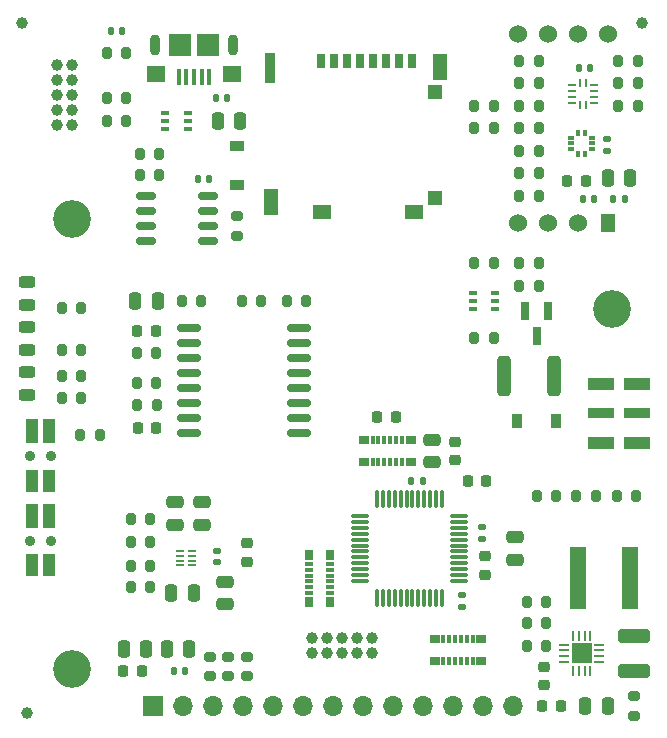
<source format=gbr>
G04 #@! TF.GenerationSoftware,KiCad,Pcbnew,(6.0.7)*
G04 #@! TF.CreationDate,2023-03-13T09:14:11-05:00*
G04 #@! TF.ProjectId,SapphineMinimal,53617070-6869-46e6-954d-696e696d616c,rev?*
G04 #@! TF.SameCoordinates,Original*
G04 #@! TF.FileFunction,Soldermask,Top*
G04 #@! TF.FilePolarity,Negative*
%FSLAX46Y46*%
G04 Gerber Fmt 4.6, Leading zero omitted, Abs format (unit mm)*
G04 Created by KiCad (PCBNEW (6.0.7)) date 2023-03-13 09:14:11*
%MOMM*%
%LPD*%
G01*
G04 APERTURE LIST*
G04 Aperture macros list*
%AMRoundRect*
0 Rectangle with rounded corners*
0 $1 Rounding radius*
0 $2 $3 $4 $5 $6 $7 $8 $9 X,Y pos of 4 corners*
0 Add a 4 corners polygon primitive as box body*
4,1,4,$2,$3,$4,$5,$6,$7,$8,$9,$2,$3,0*
0 Add four circle primitives for the rounded corners*
1,1,$1+$1,$2,$3*
1,1,$1+$1,$4,$5*
1,1,$1+$1,$6,$7*
1,1,$1+$1,$8,$9*
0 Add four rect primitives between the rounded corners*
20,1,$1+$1,$2,$3,$4,$5,0*
20,1,$1+$1,$4,$5,$6,$7,0*
20,1,$1+$1,$6,$7,$8,$9,0*
20,1,$1+$1,$8,$9,$2,$3,0*%
G04 Aperture macros list end*
%ADD10C,3.200000*%
%ADD11RoundRect,0.200000X0.200000X0.275000X-0.200000X0.275000X-0.200000X-0.275000X0.200000X-0.275000X0*%
%ADD12C,0.990600*%
%ADD13RoundRect,0.200000X0.275000X-0.200000X0.275000X0.200000X-0.275000X0.200000X-0.275000X-0.200000X0*%
%ADD14RoundRect,0.200000X-0.200000X-0.275000X0.200000X-0.275000X0.200000X0.275000X-0.200000X0.275000X0*%
%ADD15RoundRect,0.250000X-0.250000X-0.475000X0.250000X-0.475000X0.250000X0.475000X-0.250000X0.475000X0*%
%ADD16RoundRect,0.200000X-0.275000X0.200000X-0.275000X-0.200000X0.275000X-0.200000X0.275000X0.200000X0*%
%ADD17C,0.889000*%
%ADD18R,1.045700X2.048501*%
%ADD19R,1.041400X2.048501*%
%ADD20R,1.070700X1.923501*%
%ADD21R,1.020700X1.923501*%
%ADD22RoundRect,0.218750X-0.218750X-0.256250X0.218750X-0.256250X0.218750X0.256250X-0.218750X0.256250X0*%
%ADD23RoundRect,0.250000X0.475000X-0.250000X0.475000X0.250000X-0.475000X0.250000X-0.475000X-0.250000X0*%
%ADD24C,1.000000*%
%ADD25RoundRect,0.140000X0.140000X0.170000X-0.140000X0.170000X-0.140000X-0.170000X0.140000X-0.170000X0*%
%ADD26R,1.397000X5.308600*%
%ADD27RoundRect,0.250000X0.250000X0.475000X-0.250000X0.475000X-0.250000X-0.475000X0.250000X-0.475000X0*%
%ADD28RoundRect,0.140000X0.170000X-0.140000X0.170000X0.140000X-0.170000X0.140000X-0.170000X-0.140000X0*%
%ADD29RoundRect,0.218750X0.218750X0.256250X-0.218750X0.256250X-0.218750X-0.256250X0.218750X-0.256250X0*%
%ADD30RoundRect,0.140000X-0.140000X-0.170000X0.140000X-0.170000X0.140000X0.170000X-0.140000X0.170000X0*%
%ADD31RoundRect,0.218750X0.256250X-0.218750X0.256250X0.218750X-0.256250X0.218750X-0.256250X-0.218750X0*%
%ADD32C,0.500000*%
%ADD33R,0.400000X1.350000*%
%ADD34R,1.600000X1.400000*%
%ADD35R,1.900000X1.900000*%
%ADD36O,0.900000X1.800000*%
%ADD37RoundRect,0.218750X-0.256250X0.218750X-0.256250X-0.218750X0.256250X-0.218750X0.256250X0.218750X0*%
%ADD38RoundRect,0.150000X-0.675000X-0.150000X0.675000X-0.150000X0.675000X0.150000X-0.675000X0.150000X0*%
%ADD39RoundRect,0.225000X-0.250000X0.225000X-0.250000X-0.225000X0.250000X-0.225000X0.250000X0.225000X0*%
%ADD40R,1.700000X1.700000*%
%ADD41O,1.700000X1.700000*%
%ADD42R,0.863600X0.787400*%
%ADD43R,0.355600X0.787400*%
%ADD44RoundRect,0.140000X-0.170000X0.140000X-0.170000X-0.140000X0.170000X-0.140000X0.170000X0.140000X0*%
%ADD45R,1.200000X0.900000*%
%ADD46RoundRect,0.250000X-0.312500X-1.450000X0.312500X-1.450000X0.312500X1.450000X-0.312500X1.450000X0*%
%ADD47RoundRect,0.250000X-0.475000X0.250000X-0.475000X-0.250000X0.475000X-0.250000X0.475000X0.250000X0*%
%ADD48R,0.650000X0.400000*%
%ADD49RoundRect,0.075000X-0.075000X0.662500X-0.075000X-0.662500X0.075000X-0.662500X0.075000X0.662500X0*%
%ADD50RoundRect,0.075000X-0.662500X0.075000X-0.662500X-0.075000X0.662500X-0.075000X0.662500X0.075000X0*%
%ADD51R,0.787400X0.863600*%
%ADD52R,0.787400X0.355600*%
%ADD53R,0.800000X1.240000*%
%ADD54R,1.160000X1.200000*%
%ADD55R,0.950000X2.500000*%
%ADD56R,1.150000X2.200000*%
%ADD57R,1.500000X1.150000*%
%ADD58R,1.160000X1.250000*%
%ADD59RoundRect,0.243750X0.456250X-0.243750X0.456250X0.243750X-0.456250X0.243750X-0.456250X-0.243750X0*%
%ADD60R,2.325000X0.975000*%
%ADD61R,2.325000X0.925000*%
%ADD62R,2.325000X1.025000*%
%ADD63R,2.300000X1.000000*%
%ADD64R,0.900000X1.200000*%
%ADD65RoundRect,0.225000X0.250000X-0.225000X0.250000X0.225000X-0.250000X0.225000X-0.250000X-0.225000X0*%
%ADD66RoundRect,0.250000X1.100000X-0.325000X1.100000X0.325000X-1.100000X0.325000X-1.100000X-0.325000X0*%
%ADD67RoundRect,0.150000X-0.875000X-0.150000X0.875000X-0.150000X0.875000X0.150000X-0.875000X0.150000X0*%
%ADD68RoundRect,0.225000X-0.225000X-0.250000X0.225000X-0.250000X0.225000X0.250000X-0.225000X0.250000X0*%
%ADD69RoundRect,0.062500X-0.062500X0.350000X-0.062500X-0.350000X0.062500X-0.350000X0.062500X0.350000X0*%
%ADD70RoundRect,0.062500X-0.350000X0.062500X-0.350000X-0.062500X0.350000X-0.062500X0.350000X0.062500X0*%
%ADD71R,1.680000X1.680000*%
%ADD72R,0.365000X0.585000*%
%ADD73R,0.375000X0.585000*%
%ADD74R,0.600000X0.350000*%
%ADD75R,0.375000X0.575000*%
%ADD76R,0.625000X0.350000*%
%ADD77RoundRect,0.070000X-0.300000X0.650000X-0.300000X-0.650000X0.300000X-0.650000X0.300000X0.650000X0*%
%ADD78R,0.800000X0.190000*%
%ADD79R,0.675000X0.249998*%
%ADD80R,0.675000X0.250000*%
%ADD81R,0.675000X0.274999*%
%ADD82R,0.250000X0.675000*%
%ADD83RoundRect,0.225000X0.225000X0.250000X-0.225000X0.250000X-0.225000X-0.250000X0.225000X-0.250000X0*%
%ADD84R,1.270000X1.524000*%
%ADD85C,1.524000*%
G04 APERTURE END LIST*
D10*
X82042000Y-121920000D03*
X82042000Y-83820000D03*
X127762000Y-91440000D03*
D11*
X121596278Y-78097618D03*
X119946278Y-78097618D03*
X84411426Y-102110992D03*
X82761426Y-102110992D03*
D12*
X80768846Y-70858618D03*
X82038846Y-70858618D03*
X80768846Y-72128618D03*
X82038846Y-72128618D03*
X80768846Y-73398618D03*
X82038846Y-73398618D03*
X80768846Y-74668618D03*
X82038846Y-74668618D03*
X80768846Y-75938618D03*
X82038846Y-75938618D03*
D13*
X96869878Y-122585218D03*
X96869878Y-120935218D03*
D11*
X121596278Y-72382618D03*
X119946278Y-72382618D03*
X86671278Y-75557618D03*
X85021278Y-75557618D03*
D14*
X87815278Y-80129618D03*
X89465278Y-80129618D03*
X128328278Y-72382618D03*
X129978278Y-72382618D03*
D15*
X86471078Y-120261618D03*
X88371078Y-120261618D03*
D16*
X95295078Y-120935218D03*
X95295078Y-122585218D03*
D17*
X78498846Y-103938515D03*
X80298846Y-103938515D03*
D18*
X80121696Y-101812766D03*
D19*
X78673846Y-101812766D03*
D20*
X78659196Y-106001764D03*
D21*
X80134196Y-106001764D03*
D22*
X86430378Y-122166618D03*
X88005378Y-122166618D03*
D11*
X121596278Y-80002618D03*
X119946278Y-80002618D03*
D22*
X121888778Y-125087618D03*
X123463778Y-125087618D03*
D23*
X90807278Y-109727618D03*
X90807278Y-107827618D03*
D24*
X77819878Y-67251818D03*
D25*
X125950278Y-71112618D03*
X124990278Y-71112618D03*
D26*
X124924178Y-114292618D03*
X129318378Y-114292618D03*
D27*
X89336278Y-90797618D03*
X87436278Y-90797618D03*
D28*
X94363278Y-112940618D03*
X94363278Y-111980618D03*
D11*
X129851278Y-107307618D03*
X128201278Y-107307618D03*
D12*
X107436278Y-119321818D03*
X107436278Y-120591818D03*
X106166278Y-119321818D03*
X106166278Y-120591818D03*
X104896278Y-119321818D03*
X104896278Y-120591818D03*
X103626278Y-119321818D03*
X103626278Y-120591818D03*
X102356278Y-119321818D03*
X102356278Y-120591818D03*
D29*
X125547212Y-80637618D03*
X123972212Y-80637618D03*
D25*
X93692278Y-80510618D03*
X92732278Y-80510618D03*
D14*
X116136278Y-76192618D03*
X117786278Y-76192618D03*
D11*
X122231278Y-120007618D03*
X120581278Y-120007618D03*
D30*
X125323603Y-82163914D03*
X126283603Y-82163914D03*
D31*
X96852478Y-112892518D03*
X96852478Y-111317518D03*
D15*
X127441278Y-80370185D03*
X129341278Y-80370185D03*
D32*
X95702000Y-69122500D03*
X89102000Y-69122500D03*
D33*
X93702000Y-71797500D03*
X93052000Y-71797500D03*
X92402000Y-71797500D03*
X91752000Y-71797500D03*
X91102000Y-71797500D03*
D34*
X95602000Y-71572500D03*
X89202000Y-71572500D03*
D35*
X91202000Y-69122500D03*
X93602000Y-69122500D03*
D36*
X95702000Y-69122500D03*
X89102000Y-69122500D03*
D11*
X89465278Y-78351618D03*
X87815278Y-78351618D03*
D37*
X114466840Y-102710118D03*
X114466840Y-104285118D03*
D11*
X121596278Y-81907618D03*
X119946278Y-81907618D03*
D24*
X130296278Y-67302618D03*
D14*
X120581278Y-116324618D03*
X122231278Y-116324618D03*
D23*
X93093278Y-109727618D03*
X93093278Y-107827618D03*
D38*
X88301278Y-81907618D03*
X88301278Y-83177618D03*
X88301278Y-84447618D03*
X88301278Y-85717618D03*
X93551278Y-85717618D03*
X93551278Y-84447618D03*
X93551278Y-83177618D03*
X93551278Y-81907618D03*
D39*
X117006840Y-112410170D03*
X117006840Y-113960170D03*
D14*
X87587722Y-99612068D03*
X89237722Y-99612068D03*
X100261278Y-90797618D03*
X101911278Y-90797618D03*
X119946278Y-70477618D03*
X121596278Y-70477618D03*
D40*
X88915000Y-125095000D03*
D41*
X91455000Y-125095000D03*
X93995000Y-125095000D03*
X96535000Y-125095000D03*
X99075000Y-125095000D03*
X101615000Y-125095000D03*
X104155000Y-125095000D03*
X106695000Y-125095000D03*
X109235000Y-125095000D03*
X111775000Y-125095000D03*
X114315000Y-125095000D03*
X116855000Y-125095000D03*
X119395000Y-125095000D03*
D11*
X126407801Y-107287356D03*
X124757801Y-107287356D03*
D15*
X94421278Y-75557618D03*
X96321278Y-75557618D03*
D14*
X81211278Y-99052618D03*
X82861278Y-99052618D03*
D42*
X112765040Y-121252218D03*
D43*
X113512562Y-121252218D03*
X114006084Y-121252218D03*
X114499606Y-121252218D03*
X114993128Y-121252218D03*
X115486650Y-121252218D03*
X115980172Y-121252218D03*
D42*
X116727440Y-121252218D03*
X116727440Y-119423418D03*
D43*
X115980172Y-119423418D03*
X115486650Y-119423418D03*
X114993128Y-119423418D03*
X114499606Y-119423418D03*
X114006084Y-119423418D03*
X113512562Y-119423418D03*
D42*
X112765040Y-119423418D03*
D14*
X81211278Y-97147618D03*
X82861278Y-97147618D03*
D44*
X115101840Y-115717618D03*
X115101840Y-116677618D03*
D24*
X78226278Y-125722618D03*
D15*
X125536278Y-125087618D03*
X127436278Y-125087618D03*
D45*
X96006278Y-81017618D03*
X96006278Y-77717618D03*
D14*
X85021278Y-73652618D03*
X86671278Y-73652618D03*
D44*
X127375278Y-77109618D03*
X127375278Y-78069618D03*
D46*
X118626346Y-97147618D03*
X122901346Y-97147618D03*
D11*
X117786278Y-93972618D03*
X116136278Y-93972618D03*
D14*
X81211278Y-91432618D03*
X82861278Y-91432618D03*
X116136278Y-87622618D03*
X117786278Y-87622618D03*
D47*
X94998278Y-114558618D03*
X94998278Y-116458618D03*
D15*
X90492278Y-115508618D03*
X92392278Y-115508618D03*
D30*
X94256278Y-73652618D03*
X95216278Y-73652618D03*
D11*
X88711278Y-115000618D03*
X87061278Y-115000618D03*
D47*
X112561840Y-102547618D03*
X112561840Y-104447618D03*
D48*
X91876278Y-76207618D03*
X91876278Y-75557618D03*
X91876278Y-74907618D03*
X89976278Y-74907618D03*
X89976278Y-75557618D03*
X89976278Y-76207618D03*
D49*
X113399408Y-107597500D03*
X112899408Y-107597500D03*
X112399408Y-107597500D03*
X111899408Y-107597500D03*
X111399408Y-107597500D03*
X110899408Y-107597500D03*
X110399408Y-107597500D03*
X109899408Y-107597500D03*
X109399408Y-107597500D03*
X108899408Y-107597500D03*
X108399408Y-107597500D03*
X107899408Y-107597500D03*
D50*
X106486908Y-109010000D03*
X106486908Y-109510000D03*
X106486908Y-110010000D03*
X106486908Y-110510000D03*
X106486908Y-111010000D03*
X106486908Y-111510000D03*
X106486908Y-112010000D03*
X106486908Y-112510000D03*
X106486908Y-113010000D03*
X106486908Y-113510000D03*
X106486908Y-114010000D03*
X106486908Y-114510000D03*
D49*
X107899408Y-115922500D03*
X108399408Y-115922500D03*
X108899408Y-115922500D03*
X109399408Y-115922500D03*
X109899408Y-115922500D03*
X110399408Y-115922500D03*
X110899408Y-115922500D03*
X111399408Y-115922500D03*
X111899408Y-115922500D03*
X112399408Y-115922500D03*
X112899408Y-115922500D03*
X113399408Y-115922500D03*
D50*
X114811908Y-114510000D03*
X114811908Y-114010000D03*
X114811908Y-113510000D03*
X114811908Y-113010000D03*
X114811908Y-112510000D03*
X114811908Y-112010000D03*
X114811908Y-111510000D03*
X114811908Y-111010000D03*
X114811908Y-110510000D03*
X114811908Y-110010000D03*
X114811908Y-109510000D03*
X114811908Y-109010000D03*
D14*
X128328278Y-74287618D03*
X129978278Y-74287618D03*
D51*
X102115008Y-112318800D03*
D52*
X102115008Y-113066322D03*
X102115008Y-113559844D03*
X102115008Y-114053366D03*
X102115008Y-114546888D03*
X102115008Y-115040410D03*
X102115008Y-115533932D03*
D51*
X102115008Y-116281200D03*
X103943808Y-116281200D03*
D52*
X103943808Y-115533932D03*
X103943808Y-115040410D03*
X103943808Y-114546888D03*
X103943808Y-114053366D03*
X103943808Y-113559844D03*
X103943808Y-113066322D03*
D51*
X103943808Y-112318800D03*
D25*
X86326278Y-67937618D03*
X85366278Y-67937618D03*
D53*
X103145000Y-70480000D03*
X104245000Y-70480000D03*
X105345000Y-70480000D03*
X106445000Y-70480000D03*
X107545000Y-70480000D03*
X108645000Y-70480000D03*
X109745000Y-70480000D03*
X110845000Y-70480000D03*
D54*
X112785000Y-82110000D03*
D55*
X98800000Y-71110000D03*
D56*
X113190000Y-70960000D03*
X98900000Y-82440000D03*
D57*
X103205000Y-83235000D03*
X110985000Y-83235000D03*
D58*
X112785000Y-73110000D03*
D59*
X78226278Y-91100118D03*
X78226278Y-89225118D03*
D60*
X126821346Y-97810118D03*
D61*
X126821346Y-100285118D03*
D62*
X126821346Y-102835118D03*
D60*
X129946346Y-97810118D03*
D61*
X129946346Y-100285118D03*
D63*
X129933846Y-102822618D03*
D16*
X96006278Y-83622618D03*
X96006278Y-85272618D03*
D14*
X87061278Y-113222618D03*
X88711278Y-113222618D03*
D15*
X90077878Y-120261618D03*
X91977878Y-120261618D03*
D14*
X91371278Y-90797618D03*
X93021278Y-90797618D03*
D25*
X111771840Y-106037618D03*
X110811840Y-106037618D03*
D30*
X127911278Y-82163914D03*
X128871278Y-82163914D03*
D13*
X129661278Y-125912618D03*
X129661278Y-124262618D03*
D14*
X119946278Y-87622618D03*
X121596278Y-87622618D03*
D11*
X121596278Y-74287618D03*
X119946278Y-74287618D03*
D64*
X123056278Y-100957618D03*
X119756278Y-100957618D03*
D11*
X121596278Y-89527618D03*
X119946278Y-89527618D03*
D47*
X119546840Y-110802618D03*
X119546840Y-112702618D03*
D22*
X107918778Y-100631561D03*
X109493778Y-100631561D03*
D59*
X78226278Y-98720118D03*
X78226278Y-96845118D03*
D48*
X116011278Y-90147618D03*
X116011278Y-90797618D03*
X116011278Y-91447618D03*
X117911278Y-91447618D03*
X117911278Y-90797618D03*
X117911278Y-90147618D03*
D14*
X96451278Y-90797618D03*
X98101278Y-90797618D03*
D11*
X121596278Y-76192618D03*
X119946278Y-76192618D03*
D14*
X87561278Y-95242618D03*
X89211278Y-95242618D03*
D59*
X78226278Y-94910118D03*
X78226278Y-93035118D03*
D14*
X85021278Y-69842618D03*
X86671278Y-69842618D03*
D65*
X122041278Y-123322618D03*
X122041278Y-121772618D03*
D66*
X129661278Y-122117618D03*
X129661278Y-119167618D03*
D13*
X93720278Y-122585218D03*
X93720278Y-120935218D03*
D14*
X128328278Y-70477618D03*
X129978278Y-70477618D03*
D67*
X91991278Y-93083618D03*
X91991278Y-94353618D03*
X91991278Y-95623618D03*
X91991278Y-96893618D03*
X91991278Y-98163618D03*
X91991278Y-99433618D03*
X91991278Y-100703618D03*
X91991278Y-101973618D03*
X101291278Y-101973618D03*
X101291278Y-100703618D03*
X101291278Y-99433618D03*
X101291278Y-98163618D03*
X101291278Y-96893618D03*
X101291278Y-95623618D03*
X101291278Y-94353618D03*
X101291278Y-93083618D03*
D14*
X116136278Y-74287618D03*
X117786278Y-74287618D03*
X87061278Y-111190618D03*
X88711278Y-111190618D03*
D30*
X90700278Y-122166618D03*
X91660278Y-122166618D03*
D68*
X115596840Y-106037618D03*
X117146840Y-106037618D03*
D11*
X123057739Y-107287356D03*
X121407739Y-107287356D03*
D69*
X125966278Y-119180118D03*
X125466278Y-119180118D03*
X124966278Y-119180118D03*
X124466278Y-119180118D03*
D70*
X123753778Y-119892618D03*
X123753778Y-120392618D03*
X123753778Y-120892618D03*
X123753778Y-121392618D03*
D69*
X124466278Y-122105118D03*
X124966278Y-122105118D03*
X125466278Y-122105118D03*
X125966278Y-122105118D03*
D70*
X126678778Y-121392618D03*
X126678778Y-120892618D03*
X126678778Y-120392618D03*
X126678778Y-119892618D03*
D71*
X125216278Y-120642618D03*
D14*
X81211278Y-94992058D03*
X82861278Y-94992058D03*
D72*
X125473778Y-76580118D03*
D73*
X124953778Y-76580118D03*
D74*
X124341278Y-76962618D03*
X124341278Y-77462618D03*
X124341278Y-77962618D03*
D75*
X124953778Y-78350118D03*
D72*
X125473778Y-78345118D03*
D76*
X126103778Y-77962618D03*
X126103778Y-77462618D03*
X126103778Y-76962618D03*
D77*
X122356278Y-91652618D03*
X120456278Y-91652618D03*
X121406278Y-93752618D03*
D78*
X91196278Y-111987618D03*
X91196278Y-112387618D03*
X91196278Y-112787618D03*
X91196278Y-113187618D03*
X92196278Y-113187618D03*
X92196278Y-112787618D03*
X92196278Y-112387618D03*
X92196278Y-111987618D03*
D44*
X116778240Y-109951818D03*
X116778240Y-110911818D03*
D79*
X124380778Y-72521618D03*
D80*
X124380778Y-73021618D03*
X124380778Y-73521618D03*
D81*
X124380778Y-74034118D03*
D82*
X125093278Y-74234118D03*
X125593278Y-74234118D03*
D81*
X126305778Y-74034118D03*
D80*
X126305778Y-73521618D03*
X126305778Y-73021618D03*
X126305778Y-72521617D03*
D82*
X125593278Y-72309118D03*
X125093278Y-72309118D03*
D14*
X87561278Y-97782618D03*
X89211278Y-97782618D03*
D17*
X78498846Y-111117618D03*
X80298846Y-111117618D03*
D18*
X80121696Y-108991869D03*
D19*
X78673846Y-108991869D03*
D20*
X78659196Y-113180867D03*
D21*
X80134196Y-113180867D03*
D83*
X89161278Y-93337618D03*
X87611278Y-93337618D03*
X89178241Y-101547019D03*
X87628241Y-101547019D03*
D11*
X88711278Y-109285618D03*
X87061278Y-109285618D03*
D42*
X110733040Y-102583218D03*
D43*
X109985518Y-102583218D03*
X109491996Y-102583218D03*
X108998474Y-102583218D03*
X108504952Y-102583218D03*
X108011430Y-102583218D03*
X107517908Y-102583218D03*
D42*
X106770640Y-102583218D03*
X106770640Y-104412018D03*
D43*
X107517908Y-104412018D03*
X108011430Y-104412018D03*
X108504952Y-104412018D03*
X108998474Y-104412018D03*
X109491996Y-104412018D03*
X109985518Y-104412018D03*
D42*
X110733040Y-104412018D03*
D14*
X120581278Y-118102618D03*
X122231278Y-118102618D03*
D84*
X127420000Y-84200000D03*
D85*
X124880000Y-84200000D03*
X122340000Y-84200000D03*
X119800000Y-84200000D03*
X119800000Y-68200000D03*
X122340000Y-68200000D03*
X124880000Y-68200000D03*
X127420000Y-68200000D03*
M02*

</source>
